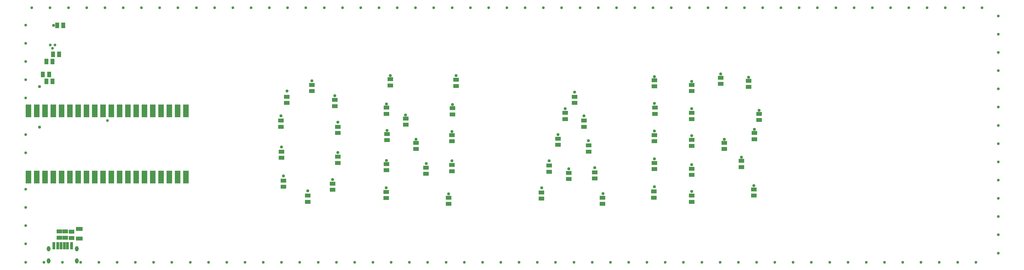
<source format=gbr>
G04 GENERATED BY PULSONIX 12.5 GERBER.DLL 9449*
G04 #@! TF.GenerationSoftware,Pulsonix,Pulsonix,12.5.9449*
G04 #@! TF.CreationDate,2024-11-25T21:04:47--1:00*
G04 #@! TF.Part,Single*
%FSLAX35Y35*%
%LPD*%
%MOMM*%
G04 #@! TF.FileFunction,Soldermask,Bot*
G04 #@! TF.FilePolarity,Negative*
G04 #@! TA.AperFunction,ViaPad*
%ADD81C,0.95400*%
%ADD82C,0.85400*%
G04 #@! TA.AperFunction,SMDPad,CuDef*
%ADD83R,1.65400X1.15400*%
%ADD84R,0.95400X2.25400*%
G04 #@! TA.AperFunction,ComponentPad*
%ADD85O,1.10400X1.60400*%
G04 #@! TA.AperFunction,SMDPad,CuDef*
%ADD86R,2.05400X1.25400*%
%ADD87R,1.65400X3.85400*%
%ADD88R,1.15400X1.65400*%
G04 #@! TD.AperFunction*
X0Y0D02*
D02*
D81*
X1813250Y5095438D03*
Y6333688D03*
X2244250Y8214875D03*
X9211000Y5436750D03*
X9226875Y4484250D03*
X9290564Y3595250D03*
X9401500Y6198750D03*
X10036500Y3134875D03*
X10163500Y6516250D03*
X10798500Y3484125D03*
X10862000Y6055875D03*
X10957250Y4309625D03*
Y5246250D03*
X12433625Y3230125D03*
X12449500Y4071500D03*
Y5801875D03*
X12465375Y4992250D03*
X12561875Y6675000D03*
X13032948Y5468500D03*
X13350448Y4722375D03*
X13667948Y3976250D03*
X14354500Y3039625D03*
X14449750Y4055625D03*
Y4960500D03*
X14465625Y5786000D03*
X14578000Y6675000D03*
X17199622Y3225872D03*
X17434250Y4055625D03*
X17704125Y4865250D03*
X17926375Y5659000D03*
X18037500Y3817500D03*
X18212125Y6165750D03*
X18497875Y5436750D03*
X18638747Y4674750D03*
X18831250Y3849250D03*
X19085250Y3055500D03*
X20658125Y3261875D03*
Y4119125D03*
Y4976375D03*
Y5817750D03*
Y6643250D03*
X21798625Y3119000D03*
Y3944500D03*
Y4833500D03*
Y5659000D03*
Y6500375D03*
X22688875Y6725500D03*
X22800000Y4721125D03*
X23322767Y4166750D03*
X23546125Y6627375D03*
X23703767Y3293625D03*
X23720750Y5024000D03*
X23863625Y5610125D03*
D02*
D82*
X1390800Y946670D03*
Y1506670D03*
Y2066670D03*
Y2626670D03*
Y3186670D03*
Y4306670D03*
Y4866670D03*
Y5986670D03*
Y6546670D03*
Y7106670D03*
Y7666670D03*
Y8226670D03*
X1577306Y8754700D03*
X1950800Y946300D03*
X2137306Y8754700D03*
X2144250Y7611625D03*
X2210125Y7516375D03*
X2289500Y7611625D03*
X2510800Y946300D03*
X2697306Y8754700D03*
X3070800Y946300D03*
X3257306Y8754700D03*
X3630800Y946300D03*
X3817306Y8754700D03*
X3892875Y5293875D03*
X4190800Y946300D03*
X4377306Y8754700D03*
X4750800Y946300D03*
X4937306Y8754700D03*
X5310800Y946300D03*
X5497306Y8754700D03*
X5870800Y946300D03*
X6057306Y8754700D03*
X6430800Y946300D03*
X6617306Y8754700D03*
X6990800Y946300D03*
X7177306Y8754700D03*
X7550800Y946300D03*
X7737306Y8754700D03*
X8110800Y946300D03*
X8297306Y8754700D03*
X8670800Y946300D03*
X8857306Y8754700D03*
X9230800Y946300D03*
X9417306Y8754700D03*
X9790800Y946300D03*
X9977306Y8754700D03*
X10350800Y946300D03*
X10537306Y8754700D03*
X10910800Y946300D03*
X11097306Y8754700D03*
X11470800Y946300D03*
X11657306Y8754700D03*
X12030800Y946300D03*
X12217306Y8754700D03*
X12590800Y946300D03*
X12777306Y8754700D03*
X13150800Y946300D03*
X13337306Y8754700D03*
X13710800Y946300D03*
X13897306Y8754700D03*
X14270800Y946300D03*
X14457306Y8754700D03*
X14830800Y946300D03*
X15017306Y8754700D03*
X15390800Y946300D03*
X15577306Y8754700D03*
X15950800Y946300D03*
X16137306Y8754700D03*
X16510800Y946300D03*
X16697306Y8754700D03*
X17070800Y946300D03*
X17257306Y8754700D03*
X17630800Y946300D03*
X17817306Y8754700D03*
X18190800Y946300D03*
X18377306Y8754700D03*
X18750800Y946300D03*
X18937306Y8754700D03*
X19310800Y946300D03*
X19497306Y8754700D03*
X19870800Y946300D03*
X20057306Y8754700D03*
X20430800Y946300D03*
X20617306Y8754700D03*
X20990800Y946300D03*
X21177306Y8754700D03*
X21550800Y946300D03*
X21737306Y8754700D03*
X22110800Y946300D03*
X22297306Y8754700D03*
X22670800Y946300D03*
X22857306Y8754700D03*
X23230800Y946300D03*
X23417306Y8754700D03*
X23790800Y946300D03*
X23977306Y8754700D03*
X24350800Y946300D03*
X24537306Y8754700D03*
X24910800Y946300D03*
X25097306Y8754700D03*
X25470800Y946300D03*
X25657306Y8754700D03*
X26030800Y946300D03*
X26217306Y8754700D03*
X26590800Y946300D03*
X26777306Y8754700D03*
X27150800Y946300D03*
X27337306Y8754700D03*
X27710800Y946300D03*
X27897306Y8754700D03*
X28270800Y946300D03*
X28457306Y8754700D03*
X28830800Y946300D03*
X29017306Y8754700D03*
X29390800Y946300D03*
X29577306Y8754700D03*
X29950800Y946300D03*
X30137306Y8754700D03*
X30510800Y946300D03*
X30697306Y8754700D03*
X31199200Y1226300D03*
Y1786300D03*
Y2346300D03*
Y2906300D03*
Y3466300D03*
Y4026300D03*
Y4586300D03*
Y5146300D03*
Y5706300D03*
Y6266300D03*
Y6826300D03*
Y7386300D03*
Y7946300D03*
Y8506300D03*
D02*
D83*
X2424438Y1698188D03*
Y1888688D03*
X2599063Y1698188D03*
Y1888688D03*
X2797500Y1690250D03*
Y1880750D03*
X9211000Y5103375D03*
Y5293875D03*
X9226875Y4150875D03*
Y4341375D03*
X9290375Y3261875D03*
Y3452375D03*
X9385625Y5833625D03*
Y6024125D03*
X10036500Y2801500D03*
Y2992000D03*
X10163500Y6198750D03*
Y6389250D03*
X10798500Y3166625D03*
Y3357125D03*
X10862000Y5738375D03*
Y5928875D03*
X10957250Y3992125D03*
Y4182625D03*
Y4912875D03*
Y5103375D03*
X12433625Y2912625D03*
Y3103125D03*
X12449500Y3769875D03*
Y3960375D03*
Y5500250D03*
Y5690750D03*
X12465375Y4690625D03*
Y4881125D03*
X12560625Y6373375D03*
Y6563875D03*
X13036875Y5166875D03*
Y5357375D03*
X13354375Y4420750D03*
Y4611250D03*
X13656000Y3658750D03*
Y3849250D03*
X14354500Y2738000D03*
Y2928500D03*
X14449750Y3738125D03*
Y3928625D03*
Y4658875D03*
Y4849375D03*
X14465625Y5484375D03*
Y5674875D03*
X14576750Y6357500D03*
Y6548000D03*
X17196125Y2896750D03*
Y3087250D03*
X17434250Y3722250D03*
Y3912750D03*
X17704125Y4547750D03*
Y4738250D03*
X17926375Y5341500D03*
Y5532000D03*
X18037500Y3500000D03*
Y3690500D03*
X18212125Y5833625D03*
Y6024125D03*
X18497875Y5103375D03*
Y5293875D03*
X18640750Y4341375D03*
Y4531875D03*
X18831250Y3515875D03*
Y3706375D03*
X19069375Y2738000D03*
Y2928500D03*
X20641000D03*
Y3119000D03*
X20656875Y3801625D03*
Y3992125D03*
Y4658875D03*
Y4849375D03*
Y6341625D03*
Y6532125D03*
X20672750Y5500250D03*
Y5690750D03*
X21799875Y2801500D03*
Y2992000D03*
Y3627000D03*
Y3817500D03*
Y4516000D03*
Y4706500D03*
Y5341500D03*
Y5532000D03*
Y6198750D03*
Y6389250D03*
X22688875Y6421000D03*
Y6611500D03*
X22800000Y4420750D03*
Y4611250D03*
X23323875Y3865125D03*
Y4055625D03*
X23546125Y6325750D03*
Y6516250D03*
X23704875Y2992000D03*
Y3182500D03*
X23720750Y4722375D03*
Y4912875D03*
X23863625Y5309750D03*
Y5500250D03*
D02*
D84*
X2249688Y1454188D03*
X2369688D03*
X2469688D03*
X2569688D03*
X2669688D03*
X2789688D03*
D02*
D85*
X2087688Y984188D03*
Y1354188D03*
X2951688Y984188D03*
Y1354188D03*
D02*
D86*
X3027688Y1667250D03*
Y1967250D03*
D02*
D87*
X1471938Y3563500D03*
Y5595500D03*
X1725938Y3563500D03*
Y5595500D03*
X1979938Y3563500D03*
Y5595500D03*
X2233938Y3563500D03*
Y5595500D03*
X2487938Y3563500D03*
Y5595500D03*
X2741938Y3563500D03*
Y5595500D03*
X2995938Y3563500D03*
Y5595500D03*
X3249938Y3563500D03*
Y5595500D03*
X3503938Y3563500D03*
Y5595500D03*
X3757938Y3563500D03*
Y5595500D03*
X4011938Y3563500D03*
Y5595500D03*
X4265938Y3563500D03*
Y5595500D03*
X4519938Y3563500D03*
Y5595500D03*
X4773938Y3563500D03*
Y5595500D03*
X5027938Y3563500D03*
Y5595500D03*
X5281938Y3563500D03*
Y5595500D03*
X5535938Y3563500D03*
Y5595500D03*
X5789938Y3563500D03*
Y5595500D03*
X6043938Y3563500D03*
Y5595500D03*
X6297938Y3563500D03*
Y5595500D03*
D02*
D88*
X1916438Y6706750D03*
X2019625Y6500375D03*
Y7103625D03*
X2106938Y6706750D03*
X2210125Y6500375D03*
Y7103625D03*
X2226000Y7325875D03*
X2353000Y8214875D03*
X2416500Y7325875D03*
X2543500Y8214875D03*
X0Y0D02*
M02*

</source>
